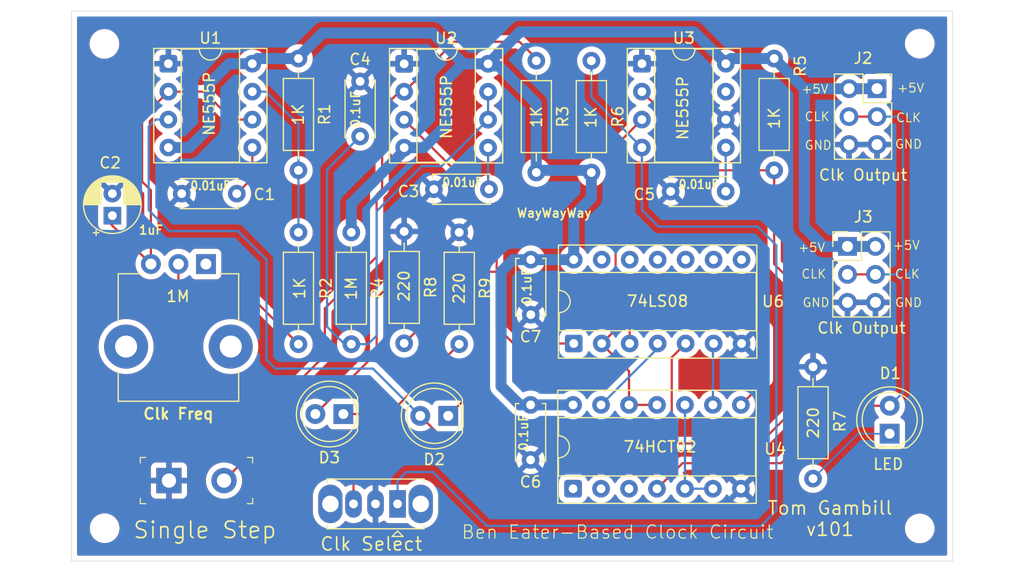
<source format=kicad_pcb>
(kicad_pcb (version 20241229) (generator "pcbnew") (generator_version "9.0")
  (layers (0 "F.Cu" signal) (2 "B.Cu" signal) (13 "F.Paste" user) (15 "B.Paste" user) (5 "F.SilkS" user "F.Silkscreen") (7 "B.SilkS" user "B.Silkscreen") (1 "F.Mask" user) (3 "B.Mask" user) (25 "Edge.Cuts" user))
  (net 0 "")
  (net 1 "Net-(U1-CONT)")
  (net 2 "GND")
  (net 3 "Net-(U1-THRES)")
  (net 4 "Net-(U2-CONT)")
  (net 5 "Net-(U2-DISCH)")
  (net 6 "Net-(U3-CONT)")
  (net 7 "VCC")
  (net 8 "Net-(J2-Pin_3)")
  (net 9 "Net-(D1-Pad1)")
  (net 10 "Net-(U1-DISCH)")
  (net 11 "Net-(R2-Pad2)")
  (net 12 "Net-(U2-TRIG)")
  (net 13 "Net-(SW2-C)")
  (net 14 "Net-(SW2-A)")
  (net 16 "Net-(U1-OUT)")
  (net 17 "Net-(U2-OUT)")
  (net 18 "Net-(U3-OUT)")
  (net 20 "Net-(U4-Pad9)")
  (net 24 "Net-(U4-Pad8)")
  (net 25 "Net-(U4-Pad13)")
  (net 26 "Net-(U4-Pad10)")
  (net 33 "Net-(D2-Pad1)")
  (net 34 "Net-(D3-Pad1)")
  (footprint "Resistor_THT:R_Axial_DIN0207_L6.3mm_D2.5mm_P10.16mm_Horizontal" (layer "F.Cu") (at 84.2 73.68 90)
    (property "Reference" "R3" (at 5.08 2.4 90) (layer "F.SilkS"))
    (property "Value" "1K" (at 5.06 0.01 90) (layer "F.SilkS"))
    (pad "1" thru_hole circle (at 0 0 90) (size 1.6 1.6) (drill 0.8) (layers "*.Cu" "*.Mask") (net 7 "VCC"))
    (pad "2" thru_hole oval (at 10.16 0 90) (size 1.6 1.6) (drill 0.8) (layers "*.Cu" "*.Mask") (net 12 "Net-(U2-TRIG)"))
  )
  (footprint "Package_DIP:DIP-8_W7.62mm_Socket" (layer "F.Cu") (at 50.79 63.79)
    (property "Reference" "U1" (at 3.81 -2.33 0) (layer "F.SilkS"))
    (property "Value" "NE555P" (at 3.71 3.64 90) (layer "F.SilkS"))
    (pad "1" thru_hole roundrect (at 0 0) (size 1.6 1.6) (drill 0.8) (layers "*.Cu" "*.Mask") (roundrect_rratio 0.15625) (net 2 "GND"))
    (pad "2" thru_hole circle (at 0 2.54) (size 1.6 1.6) (drill 0.8) (layers "*.Cu" "*.Mask") (net 3 "Net-(U1-THRES)"))
    (pad "3" thru_hole circle (at 0 5.08) (size 1.6 1.6) (drill 0.8) (layers "*.Cu" "*.Mask") (net 16 "Net-(U1-OUT)"))
    (pad "4" thru_hole circle (at 0 7.62) (size 1.6 1.6) (drill 0.8) (layers "*.Cu" "*.Mask") (net 7 "VCC"))
    (pad "5" thru_hole circle (at 7.62 7.62) (size 1.6 1.6) (drill 0.8) (layers "*.Cu" "*.Mask") (net 1 "Net-(U1-CONT)"))
    (pad "6" thru_hole circle (at 7.62 5.08) (size 1.6 1.6) (drill 0.8) (layers "*.Cu" "*.Mask") (net 3 "Net-(U1-THRES)"))
    (pad "7" thru_hole circle (at 7.62 2.54) (size 1.6 1.6) (drill 0.8) (layers "*.Cu" "*.Mask") (net 10 "Net-(U1-DISCH)"))
    (pad "8" thru_hole circle (at 7.62 0) (size 1.6 1.6) (drill 0.8) (layers "*.Cu" "*.Mask") (net 7 "VCC"))
  )
  (footprint "Capacitor_THT:C_Disc_D5.0mm_W2.5mm_P5.00mm" (layer "F.Cu") (at 83.68 94.8 -90)
    (property "Reference" "C6" (at 7 0 180) (layer "F.SilkS"))
    (property "Value" "0.1uF" (at 2.51 0.64 90) (layer "F.SilkS") (effects (font (size 0.8 0.8))))
    (pad "1" thru_hole circle (at 0 0 270) (size 1.6 1.6) (drill 0.8) (layers "*.Cu" "*.Mask") (net 7 "VCC"))
    (pad "2" thru_hole circle (at 5 0 270) (size 1.6 1.6) (drill 0.8) (layers "*.Cu" "*.Mask") (net 2 "GND"))
  )
  (footprint "Package_DIP:DIP-8_W7.62mm_Socket" (layer "F.Cu") (at 93.79 63.79)
    (property "Reference" "U3" (at 3.81 -2.33 0) (layer "F.SilkS"))
    (property "Value" "NE555P" (at 3.7 4.03 90) (layer "F.SilkS"))
    (pad "1" thru_hole roundrect (at 0 0) (size 1.6 1.6) (drill 0.8) (layers "*.Cu" "*.Mask") (roundrect_rratio 0.15625) (net 2 "GND"))
    (pad "2" thru_hole circle (at 0 2.54) (size 1.6 1.6) (drill 0.8) (layers "*.Cu" "*.Mask") (net 13 "Net-(SW2-C)"))
    (pad "3" thru_hole circle (at 0 5.08) (size 1.6 1.6) (drill 0.8) (layers "*.Cu" "*.Mask") (net 18 "Net-(U3-OUT)"))
    (pad "4" thru_hole circle (at 0 7.62) (size 1.6 1.6) (drill 0.8) (layers "*.Cu" "*.Mask") (net 14 "Net-(SW2-A)"))
    (pad "5" thru_hole circle (at 7.62 7.62) (size 1.6 1.6) (drill 0.8) (layers "*.Cu" "*.Mask") (net 6 "Net-(U3-CONT)"))
    (pad "6" thru_hole circle (at 7.62 5.08) (size 1.6 1.6) (drill 0.8) (layers "*.Cu" "*.Mask") (net 2 "GND"))
    (pad "7" thru_hole circle (at 7.62 2.54) (size 1.6 1.6) (drill 0.8) (layers "*.Cu" "*.Mask"))
    (pad "8" thru_hole circle (at 7.62 0) (size 1.6 1.6) (drill 0.8) (layers "*.Cu" "*.Mask") (net 7 "VCC"))
  )
  (footprint "MountingHole:MountingHole_2.2mm_M2" (layer "F.Cu") (at 44.98 61.99)
    (property "Reference" "Ref4" (hide yes))
    (property "Value" "MountingHole_2.2mm_M2")
    (pad "" np_thru_hole circle (at 0 0) (size 2.2 2.2) (drill 2.2) (layers "*.Cu" "*.Mask"))
  )
  (footprint "Capacitor_THT:C_Disc_D5.0mm_W2.5mm_P5.00mm" (layer "F.Cu") (at 68.2 70.4 90)
    (property "Reference" "C4" (at 7 0 180) (layer "F.SilkS"))
    (property "Value" "0.1uF" (at 2.48 -0.41 270) (layer "F.SilkS") (effects (font (size 0.8 0.8))))
    (pad "1" thru_hole circle (at 0 0 90) (size 1.6 1.6) (drill 0.8) (layers "*.Cu" "*.Mask") (net 5 "Net-(U2-DISCH)"))
    (pad "2" thru_hole circle (at 5 0 90) (size 1.6 1.6) (drill 0.8) (layers "*.Cu" "*.Mask") (net 2 "GND"))
  )
  (footprint "Button_Switch_THT:SW_Slide_SPDT_Straight_CK_OS102011MS2Q" (layer "F.Cu") (at 71.6 103.8 180)
    (property "Reference" "SW2")
    (property "Value" "Clk Select" (at 2.385 -3.642 180) (layer "F.SilkS") (effects (font (size 1.2 1.2))))
    (pad "" thru_hole oval (at -2.1 0 180) (size 2.2 3.5) (drill 1.5) (layers "*.Cu" "*.Mask"))
    (pad "" thru_hole oval (at 6.1 0 180) (size 2.2 3.5) (drill 1.5) (layers "*.Cu" "*.Mask"))
    (pad "1" thru_hole rect (at 0 0 180) (size 1.5 2.5) (drill 0.8) (layers "*.Cu" "*.Mask") (net 14 "Net-(SW2-A)"))
    (pad "2" thru_hole oval (at 2 0 180) (size 1.5 2.5) (drill 0.8) (layers "*.Cu" "*.Mask") (net 2 "GND"))
    (pad "3" thru_hole oval (at 4 0 180) (size 1.5 2.5) (drill 0.8) (layers "*.Cu" "*.Mask") (net 13 "Net-(SW2-C)"))
  )
  (footprint "PCM_Capacitor_THT_AKL:CP_Radial_D5.0mm_P2.00mm" (layer "F.Cu") (at 45.7 77.6 90)
    (property "Reference" "C2" (at 4.8 -0.2 0) (layer "F.SilkS"))
    (property "Value" "1uF" (at -1.31 3.51 180) (layer "F.SilkS") (effects (font (size 0.8 0.8))))
    (pad "1" thru_hole rect (at 0 0 90) (size 1.6 1.6) (drill 0.8) (layers "*.Cu" "*.Mask") (net 3 "Net-(U1-THRES)"))
    (pad "2" thru_hole circle (at 2 0 90) (size 1.6 1.6) (drill 0.8) (layers "*.Cu" "*.Mask") (net 2 "GND"))
  )
  (footprint "LED_THT:LED_D5.0mm" (layer "F.Cu") (at 76.2 95.8 180)
    (property "Reference" "D2" (at 1.27 -3.96 0) (layer "F.SilkS"))
    (property "Value" "LED")
    (pad "1" thru_hole rect (at 0 0 180) (size 1.8 1.8) (drill 0.9) (layers "*.Cu" "*.Mask") (net 33 "Net-(D2-Pad1)"))
    (pad "2" thru_hole circle (at 2.54 0 180) (size 1.8 1.8) (drill 0.9) (layers "*.Cu" "*.Mask") (net 16 "Net-(U1-OUT)"))
  )
  (footprint "Package_DIP:DIP-14_W7.62mm_Socket" (layer "F.Cu") (at 87.54 102.42 90)
    (property "Reference" "U4" (at 3.62 18.36 180) (layer "F.SilkS"))
    (property "Value" "74HCT02" (at 3.81 7.9 180) (layer "F.SilkS"))
    (pad "1" thru_hole roundrect (at 0 0 90) (size 1.6 1.6) (drill 0.8) (layers "*.Cu" "*.Mask") (roundrect_rratio 0.15625))
    (pad "2" thru_hole circle (at 0 2.54 90) (size 1.6 1.6) (drill 0.8) (layers "*.Cu" "*.Mask"))
    (pad "3" thru_hole circle (at 0 5.08 90) (size 1.6 1.6) (drill 0.8) (layers "*.Cu" "*.Mask"))
    (pad "4" thru_hole circle (at 0 7.62 90) (size 1.6 1.6) (drill 0.8) (layers "*.Cu" "*.Mask") (net 8 "Net-(J2-Pin_3)"))
    (pad "5" thru_hole circle (at 0 10.16 90) (size 1.6 1.6) (drill 0.8) (layers "*.Cu" "*.Mask") (net 26 "Net-(U4-Pad10)"))
    (pad "6" thru_hole circle (at 0 12.7 90) (size 1.6 1.6) (drill 0.8) (layers "*.Cu" "*.Mask") (net 26 "Net-(U4-Pad10)"))
    (pad "7" thru_hole circle (at 0 15.24 90) (size 1.6 1.6) (drill 0.8) (layers "*.Cu" "*.Mask") (net 2 "GND"))
    (pad "8" thru_hole circle (at 7.62 15.24 90) (size 1.6 1.6) (drill 0.8) (layers "*.Cu" "*.Mask") (net 24 "Net-(U4-Pad8)"))
    (pad "9" thru_hole circle (at 7.62 12.7 90) (size 1.6 1.6) (drill 0.8) (layers "*.Cu" "*.Mask") (net 20 "Net-(U4-Pad9)"))
    (pad "10" thru_hole circle (at 7.62 10.16 90) (size 1.6 1.6) (drill 0.8) (layers "*.Cu" "*.Mask") (net 26 "Net-(U4-Pad10)"))
    (pad "11" thru_hole circle (at 7.62 7.62 90) (size 1.6 1.6) (drill 0.8) (layers "*.Cu" "*.Mask") (net 18 "Net-(U3-OUT)"))
    (pad "12" thru_hole circle (at 7.62 5.08 90) (size 1.6 1.6) (drill 0.8) (layers "*.Cu" "*.Mask") (net 18 "Net-(U3-OUT)"))
    (pad "13" thru_hole circle (at 7.62 2.54 90) (size 1.6 1.6) (drill 0.8) (layers "*.Cu" "*.Mask") (net 25 "Net-(U4-Pad13)"))
    (pad "14" thru_hole circle (at 7.62 0 90) (size 1.6 1.6) (drill 0.8) (layers "*.Cu" "*.Mask") (net 7 "VCC"))
  )
  (footprint "Resistor_THT:R_Axial_DIN0207_L6.3mm_D2.5mm_P10.16mm_Horizontal" (layer "F.Cu") (at 67.4 79.12 -90)
    (property "Reference" "R4" (at 5.08 -2.37 90) (layer "F.SilkS"))
    (property "Value" "1M" (at 5.1 0.01 90) (layer "F.SilkS"))
    (pad "1" thru_hole circle (at 0 0 270) (size 1.6 1.6) (drill 0.8) (layers "*.Cu" "*.Mask") (net 7 "VCC"))
    (pad "2" thru_hole oval (at 10.16 0 270) (size 1.6 1.6) (drill 0.8) (layers "*.Cu" "*.Mask") (net 5 "Net-(U2-DISCH)"))
  )
  (footprint "Resistor_THT:R_Axial_DIN0207_L6.3mm_D2.5mm_P10.16mm_Horizontal" (layer "F.Cu") (at 105.8 63.32 -90)
    (property "Reference" "R5" (at 0.68 -2.37 90) (layer "F.SilkS"))
    (property "Value" "1K" (at 5.42 0 90) (layer "F.SilkS"))
    (pad "1" thru_hole circle (at 0 0 270) (size 1.6 1.6) (drill 0.8) (layers "*.Cu" "*.Mask") (net 7 "VCC"))
    (pad "2" thru_hole oval (at 10.16 0 270) (size 1.6 1.6) (drill 0.8) (layers "*.Cu" "*.Mask") (net 13 "Net-(SW2-C)"))
  )
  (footprint "Connector_PinHeader_2.54mm:PinHeader_2x03_P2.54mm_Vertical" (layer "F.Cu") (at 112.46 80.4)
    (property "Reference" "J3" (at 1.43 -2.69 0) (layer "F.SilkS"))
    (property "Value" "Clk Output" (at 1.27 7.41 0) (layer "F.SilkS"))
    (pad "1" thru_hole rect (at 0 0) (size 1.7 1.7) (drill 1) (layers "*.Cu" "*.Mask") (net 7 "VCC"))
    (pad "2" thru_hole oval (at 2.54 0) (size 1.7 1.7) (drill 1) (layers "*.Cu" "*.Mask") (net 7 "VCC"))
    (pad "3" thru_hole oval (at 0 2.54) (size 1.7 1.7) (drill 1) (layers "*.Cu" "*.Mask") (net 8 "Net-(J2-Pin_3)"))
    (pad "4" thru_hole oval (at 2.54 2.54) (size 1.7 1.7) (drill 1) (layers "*.Cu" "*.Mask") (net 8 "Net-(J2-Pin_3)"))
    (pad "5" thru_hole oval (at 0 5.08) (size 1.7 1.7) (drill 1) (layers "*.Cu" "*.Mask") (net 2 "GND"))
    (pad "6" thru_hole oval (at 2.54 5.08) (size 1.7 1.7) (drill 1) (layers "*.Cu" "*.Mask") (net 2 "GND"))
  )
  (footprint "Capacitor_THT:C_Disc_D5.0mm_W2.5mm_P5.00mm" (layer "F.Cu") (at 57 75.6 180)
    (property "Reference" "C1" (at -2.51 -0.07 0) (layer "F.SilkS"))
    (property "Value" "0.01uF" (at 2.41 0.72 180) (layer "F.SilkS") (effects (font (size 0.8 0.7))))
    (pad "1" thru_hole circle (at 0 0 180) (size 1.6 1.6) (drill 0.8) (layers "*.Cu" "*.Mask") (net 1 "Net-(U1-CONT)"))
    (pad "2" thru_hole circle (at 5 0 180) (size 1.6 1.6) (drill 0.8) (layers "*.Cu" "*.Mask") (net 2 "GND"))
  )
  (footprint "Resistor_THT:R_Axial_DIN0207_L6.3mm_D2.5mm_P10.16mm_Horizontal" (layer "F.Cu") (at 72.2 89.2 90)
    (property "Reference" "R8" (at 5.08 2.4 90) (layer "F.SilkS"))
    (property "Value" "220" (at 5.2 -0.01 90) (layer "F.SilkS"))
    (pad "1" thru_hole circle (at 0 0 90) (size 1.6 1.6) (drill 0.8) (layers "*.Cu" "*.Mask") (net 33 "Net-(D2-Pad1)"))
    (pad "2" thru_hole oval (at 10.16 0 90) (size 1.6 1.6) (drill 0.8) (layers "*.Cu" "*.Mask") (net 2 "GND"))
  )
  (footprint "Capacitor_THT:C_Disc_D5.0mm_W2.5mm_P5.00mm" (layer "F.Cu") (at 101.4 75.4 180)
    (property "Reference" "C5" (at 7.39 -0.27 0) (layer "F.SilkS"))
    (property "Value" "0.01uF" (at 2.47 0.64 180) (layer "F.SilkS") (effects (font (size 0.8 0.7))))
    (pad "1" thru_hole circle (at 0 0 180) (size 1.6 1.6) (drill 0.8) (layers "*.Cu" "*.Mask") (net 6 "Net-(U3-CONT)"))
    (pad "2" thru_hole circle (at 5 0 180) (size 1.6 1.6) (drill 0.8) (layers "*.Cu" "*.Mask") (net 2 "GND"))
  )
  (footprint "digikey-footprints:Terminal_Block_D1.3mm_P5mm" (layer "F.Cu") (at 50.84 101.68)
    (property "Reference" "SW1")
    (property "Value" "Single Step" (at 3.262 4.492 0) (layer "F.SilkS") (effects (font (size 1.5 1.5))))
    (pad "1" thru_hole rect (at 0 0) (size 2.3 2.3) (drill 1.3) (layers "*.Cu" "*.Mask") (net 2 "GND"))
    (pad "2" thru_hole circle (at 5 0) (size 2.3 2.3) (drill 1.3) (layers "*.Cu" "*.Mask") (net 12 "Net-(U2-TRIG)"))
  )
  (footprint "MountingHole:MountingHole_2.2mm_M2" (layer "F.Cu") (at 45 106.01)
    (property "Reference" "Ref3" (hide yes))
    (property "Value" "MountingHole_2.2mm_M2")
    (pad "" np_thru_hole circle (at 0 0) (size 2.2 2.2) (drill 2.2) (layers "*.Cu" "*.Mask"))
  )
  (footprint "Resistor_THT:R_Axial_DIN0207_L6.3mm_D2.5mm_P10.16mm_Horizontal" (layer "F.Cu") (at 109.33 101.5 90)
    (property "Reference" "R7" (at 5.2 2.44 90) (layer "F.SilkS"))
    (property "Value" "220" (at 5.07 0.02 90) (layer "F.SilkS"))
    (pad "1" thru_hole circle (at 0 0 90) (size 1.6 1.6) (drill 0.8) (layers "*.Cu" "*.Mask") (net 9 "Net-(D1-Pad1)"))
    (pad "2" thru_hole oval (at 10.16 0 90) (size 1.6 1.6) (drill 0.8) (layers "*.Cu" "*.Mask") (net 2 "GND"))
  )
  (footprint "Capacitor_THT:C_Disc_D5.0mm_W2.5mm_P5.00mm" (layer "F.Cu") (at 83.7 81.6 -90)
    (property "Reference" "C7" (at 7 0.02 180) (layer "F.SilkS"))
    (property "Value" "0.1uF" (at 2.44 0.36 90) (layer "F.SilkS") (effects (font (size 0.8 0.8))))
    (pad "1" thru_hole circle (at 0 0 270) (size 1.6 1.6) (drill 0.8) (layers "*.Cu" "*.Mask") (net 7 "VCC"))
    (pad "2" thru_hole circle (at 5 0 270) (size 1.6 1.6) (drill 0.8) (layers "*.Cu" "*.Mask") (net 2 "GND"))
  )
  (footprint "MountingHole:MountingHole_2.2mm_M2" (layer "F.Cu") (at 119.02 61.97)
    (property "Reference" "Ref1" (hide yes))
    (property "Value" "MountingHole_2.2mm_M2")
    (pad "" np_thru_hole circle (at 0 0) (size 2.2 2.2) (drill 2.2) (layers "*.Cu" "*.Mask"))
  )
  (footprint "Resistor_THT:R_Axial_DIN0207_L6.3mm_D2.5mm_P10.16mm_Horizontal" (layer "F.Cu") (at 89.2 73.68 90)
    (property "Reference" "R6" (at 5.08 2.4 90) (layer "F.SilkS"))
    (property "Value" "1K" (at 5.02 -0.05 90) (layer "F.SilkS"))
    (pad "1" thru_hole circle (at 0 0 90) (size 1.6 1.6) (drill 0.8) (layers "*.Cu" "*.Mask") (net 7 "VCC"))
    (pad "2" thru_hole oval (at 10.16 0 90) (size 1.6 1.6) (drill 0.8) (layers "*.Cu" "*.Mask") (net 14 "Net-(SW2-A)"))
  )
  (footprint "MountingHole:MountingHole_2.2mm_M2" (layer "F.Cu") (at 119.02 106.03)
    (property "Reference" "Ref2" (hide yes))
    (property "Value" "MountingHole_2.2mm_M2")
    (pad "" np_thru_hole circle (at 0 0) (size 2.2 2.2) (drill 2.2) (layers "*.Cu" "*.Mask"))
  )
  (footprint "Resistor_THT:R_Axial_DIN0207_L6.3mm_D2.5mm_P10.16mm_Horizontal" (layer "F.Cu") (at 77.2 79.12 -90)
    (property "Reference" "R9" (at 5.08 -2.37 90) (layer "F.SilkS"))
    (property "Value" "220" (at 5.08 0.01 90) (layer "F.SilkS"))
    (pad "1" thru_hole circle (at 0 0 270) (size 1.6 1.6) (drill 0.8) (layers "*.Cu" "*.Mask") (net 2 "GND"))
    (pad "2" thru_hole oval (at 10.16 0 270) (size 1.6 1.6) (drill 0.8) (layers "*.Cu" "*.Mask") (net 34 "Net-(D3-Pad1)"))
  )
  (footprint "LED_THT:LED_D5.0mm" (layer "F.Cu") (at 66.675 95.631 180)
    (property "Reference" "D3" (at 1.27 -3.96 0) (layer "F.SilkS"))
    (property "Value" "LED")
    (pad "1" thru_hole rect (at 0 0 180) (size 1.8 1.8) (drill 0.9) (layers "*.Cu" "*.Mask") (net 34 "Net-(D3-Pad1)"))
    (pad "2" thru_hole circle (at 2.54 0 180) (size 1.8 1.8) (drill 0.9) (layers "*.Cu" "*.Mask") (net 17 "Net-(U2-OUT)"))
  )
  (footprint "LED_THT:LED_D5.0mm" (layer "F.Cu") (at 116.29 97.42 90)
    (property "Reference" "D1" (at 5.485 0.06 180) (layer "F.SilkS"))
    (property "Value" "LED" (at -2.765 -0.13 180) (layer "F.SilkS"))
    (pad "1" thru_hole rect (at 0 0 90) (size 1.8 1.8) (drill 0.9) (layers "*.Cu" "*.Mask") (net 9 "Net-(D1-Pad1)"))
    (pad "2" thru_hole circle (at 2.54 0 90) (size 1.8 1.8) (drill 0.9) (layers "*.Cu" "*.Mask") (net 8 "Net-(J2-Pin_3)"))
  )
  (footprint "Resistor_THT:R_Axial_DIN0207_L6.3mm_D2.5mm_P10.16mm_Horizontal" (layer "F.Cu") (at 62.6 79.12 -90)
    (property "Reference" "R2" (at 5.08 -2.5 90) (layer "F.SilkS"))
    (property "Value" "1K" (at 5.08 -0.1 90) (layer "F.SilkS"))
    (pad "1" thru_hole circle (at 0 0 270) (size 1.6 1.6) (drill 0.8) (layers "*.Cu" "*.Mask") (net 10 "Net-(U1-DISCH)"))
    (pad "2" thru_hole oval (at 10.16 0 270) (size 1.6 1.6) (drill 0.8) (layers "*.Cu" "*.Mask") (net 11 "Net-(R2-Pad2)"))
  )
  (footprint "Package_DIP:DIP-14_W7.62mm_Socket" (layer "F.Cu") (at 87.6 89.22 90)
    (property "Reference" "U6" (at 3.82 18.1 180) (layer "F.SilkS"))
    (property "Value" "74LS08" (at 3.85 7.61 180) (layer "F.SilkS"))
    (pad "1" thru_hole roundrect (at 0 0 90) (size 1.6 1.6) (drill 0.8) (layers "*.Cu" "*.Mask") (roundrect_rratio 0.15625) (net 17 "Net-(U2-OUT)"))
    (pad "2" thru_hole circle (at 0 2.54 90) (size 1.6 1.6) (drill 0.8) (layers "*.Cu" "*.Mask") (net 18 "Net-(U3-OUT)"))
    (pad "3" thru_hole circle (at 0 5.08 90) (size 1.6 1.6) (drill 0.8) (layers "*.Cu" "*.Mask") (net 24 "Net-(U4-Pad8)"))
    (pad "4" thru_hole circle (at 0 7.62 90) (size 1.6 1.6) (drill 0.8) (layers "*.Cu" "*.Mask") (net 25 "Net-(U4-Pad13)"))
    (pad "5" thru_hole circle (at 0 10.16 90) (size 1.6 1.6) (drill 0.8) (layers "*.Cu" "*.Mask") (net 16 "Net-(U1-OUT)"))
    (pad "6" thru_hole circle (at 0 12.7 90) (size 1.6 1.6) (drill 0.8) (layers "*.Cu" "*.Mask") (net 20 "Net-(U4-Pad9)"))
    (pad "7" thru_hole circle (at 0 15.24 90) (size 1.6 1.6) (drill 0.8) (layers "*.Cu" "*.Mask") (net 2 "GND"))
    (pad "8" thru_hole circle (at 7.62 15.24 90) (size 1.6 1.6) (drill 0.8) (layers "*.Cu" "*.Mask"))
    (pad "9" thru_hole circle (at 7.62 12.7 90) (size 1.6 1.6) (drill 0.8) (layers "*.Cu" "*.Mask"))
    (pad "10" thru_hole circle (at 7.62 10.16 90) (size 1.6 1.6) (drill 0.8) (layers "*.Cu" "*.Mask"))
    (pad "11" thru_hole circle (at 7.62 7.62 90) (size 1.6 1.6) (drill 0.8) (layers "*.Cu" "*.Mask"))
    (pad "12" thru_hole circle (at 7.62 5.08 90) (size 1.6 1.6) (drill 0.8) (layers "*.Cu" "*.Mask"))
    (pad "13" thru_hole circle (at 7.62 2.54 90) (size 1.6 1.6) (drill 0.8) (layers "*.Cu" "*.Mask"))
    (pad "14" thru_hole circle (at 7.62 0 90) (size 1.6 1.6) (drill 0.8) (layers "*.Cu" "*.Mask") (net 7 "VCC"))
  )
  (footprint "Connector_PinSocket_2.54mm:PinSocket_2x03_P2.54mm_Vertical" (layer "F.Cu") (at 115.14 66.06)
    (property "Reference" "J2" (at -1.27 -2.77 0) (layer "F.SilkS"))
    (property "Value" "Clk Output" (at -1.27 7.85 0) (layer "F.SilkS"))
    (pad "1" thru_hole rect (at 0 0) (size 1.7 1.7) (drill 1) (layers "*.Cu" "*.Mask") (net 7 "VCC"))
    (pad "2" thru_hole oval (at -2.54 0) (size 1.7 1.7) (drill 1) (layers "*.Cu" "*.Mask") (net 7 "VCC"))
    (pad "3" thru_hole oval (at 0 2.54) (size 1.7 1.7) (drill 1) (layers "*.Cu" "*.Mask") (net 8 "Net-(J2-Pin_3)"))
    (pad "4" thru_hole oval (at -2.54 2.54) (size 1.7 1.7) (drill 1) (layers "*.Cu" "*.Mask") (net 8 "Net-(J2-Pin_3)"))
    (pad "5" thru_hole oval (at 0 5.08) (size 1.7 1.7) (drill 1) (layers "*.Cu" "*.Mask") (net 2 "GND"))
    (pad "6" thru_hole oval (at -2.54 5.08) (size 1.7 1.7) (drill 1) (layers "*.Cu" "*.Mask") (net 2 "GND"))
  )
  (footprint "Resistor_THT:R_Axial_DIN0207_L6.3mm_D2.5mm_P10.16mm_Horizontal" (layer "F.Cu") (at 62.6 63.32 -90)
    (property "Reference" "R1" (at 5.08 -2.37 90) (layer "F.SilkS"))
    (property "Value" "1K" (at 5.08 0.03 90) (layer "F.SilkS"))
    (pad "1" thru_hole circle (at 0 0 270) (size 1.6 1.6) (drill 0.8) (layers "*.Cu" "*.Mask") (net 7 "VCC"))
    (pad "2" thru_hole oval (at 10.16 0 270) (size 1.6 1.6) (drill 0.8) (layers "*.Cu" "*.Mask") (net 10 "Net-(U1-DISCH)"))
  )
  (footprint "Capacitor_THT:C_Disc_D5.0mm_W2.5mm_P5.00mm" (layer "F.Cu") (at 79.9 75.2 180)
    (property "Reference" "C3" (at 7.3 -0.2 180) (layer "F.SilkS"))
    (property "Value" "0.01uF" (at 2.43 0.62 180) (layer "F.SilkS") (effects (font (size 0.8 0.7))))
    (pad "1" thru_hole circle (at 0 0 180) (size 1.6 1.6) (drill 0.8) (layers "*.Cu" "*.Mask") (net 4 "Net-(U2-CONT)"))
    (pad "2" thru_hole circle (at 5 0 180) (size 1.6 1.6) (drill 0.8) (layers "*.Cu" "*.Mask") (net 2 "GND"))
  )
  (footprint "Potentiometer_THT:Potentiometer_TT_P0915N" (layer "F.Cu") (at 54.2 82 180)
    (property "Reference" "RV1")
    (property "Value" "1M" (at 2.54 -2.94 0) (layer "F.SilkS"))
    (pad "" thru_hole oval (at -2.25 -7.5 180) (size 4 4) (drill 2) (layers "*.Cu" "*.Mask"))
    (pad "" thru_hole oval (at 7.25 -7.5 180) (size 4 4) (drill 2) (layers "*.Cu" "*.Mask"))
    (pad "1" thru_hole rect (at 0 0 180) (size 1.8 1.8) (drill 1) (layers "*.Cu" "*.Mask"))
    (pad "2" thru_hole circle (at 2.5 0 180) (size 1.8 1.8) (drill 1) (layers "*.Cu" "*.Mask") (net 11 "Net-(R2-Pad2)"))
    (pad "3" thru_hole circle (at 5 0 180) (size 1.8 1.8) (drill 1) (layers "*.Cu" "*.Mask") (net 3 "Net-(U1-THRES)"))
  )
  (footprint "Package_DIP:DIP-8_W7.62mm_Socket" (layer "F.Cu") (at 72.2 63.8)
    (property "Reference" "U2" (at 3.81 -2.33 0) (layer "F.SilkS"))
    (property "Value" "NE555P" (at 3.84 3.92 90) (layer "F.SilkS"))
    (pad "1" thru_hole roundrect (at 0 0) (size 1.6 1.6) (drill 0.8) (layers "*.Cu" "*.Mask") (roundrect_rratio 0.15625) (net 2 "GND"))
    (pad "2" thru_hole circle (at 0 2.54) (size 1.6 1.6) (drill 0.8) (layers "*.Cu" "*.Mask") (net 12 "Net-(U2-TRIG)"))
    (pad "3" thru_hole circle (at 0 5.08) (size 1.6 1.6) (drill 0.8) (layers "*.Cu" "*.Mask") (net 17 "Net-(U2-OUT)"))
    (pad "4" thru_hole circle (at 0 7.62) (size 1.6 1.6) (drill 0.8) (layers "*.Cu" "*.Mask") (net 7 "VCC"))
    (pad "5" thru_hole circle (at 7.62 7.62) (size 1.6 1.6) (drill 0.8) (layers "*.Cu" "*.Mask") (net 4 "Net-(U2-CONT)"))
    (pad "6" thru_hole circle (at 7.62 5.08) (size 1.6 1.6) (drill 0.8) (layers "*.Cu" "*.Mask") (net 5 "Net-(U2-DISCH)"))
    (pad "7" thru_hole circle (at 7.62 2.54) (size 1.6 1.6) (drill 0.8) (layers "*.Cu" "*.Mask") (net 5 "Net-(U2-DISCH)"))
    (pad "8" thru_hole circle (at 7.62 0) (size 1.6 1.6) (drill 0.8) (layers "*.Cu" "*.Mask") (net 7 "VCC"))
  )
  (gr_line (start 122 59) (end 42 59) (stroke (width 0.05)) (layer "Edge.Cuts"))
  (gr_line (start 42 59) (end 42 109) (stroke (width 0.05)) (layer "Edge.Cuts"))
  (gr_line (start 42 109) (end 122 109) (stroke (width 0.05)) (layer "Edge.Cuts"))
  (gr_line (start 122 109) (end 122 59) (stroke (width 0.05)) (layer "Edge.Cuts"))
  (gr_text "Ben Eater-Based Clock Circuit" (at 77.343 107.061 0) (layer "F.SilkS") (effects (font (size 1.2 1.2) (thickness 0.1)) (justify left bottom)))
  (gr_text "Clk Freq" (at 48.4 96.2 0) (layer "F.SilkS") (effects (font (size 1 1) (thickness 0.2) (bold yes)) (justify left bottom)))
  (gr_text "+5V" (at 118.2 66 0) (layer "F.SilkS") (effects (font (size 0.8 0.8) (thickness 0.1))))
  (gr_text "WayWayWay" (at 82.35 77.83 0) (layer "F.SilkS") (effects (font (size 0.8 0.8) (thickness 0.15) (bold yes)) (justify left bottom)))
  (gr_text "GND" (at 109.8 71.2 0) (layer "F.SilkS") (effects (font (size 0.8 0.8) (thickness 0.1))))
  (gr_text "+5V" (at 109.5 66.1 0) (layer "F.SilkS") (effects (font (size 0.8 0.8) (thickness 0.1))))
  (gr_text "CLK" (at 117.9 82.9 0) (layer "F.SilkS") (effects (font (size 0.8 0.8) (thickness 0.1))))
  (gr_text "+5V" (at 117.8 80.3 0) (layer "F.SilkS") (effects (font (size 0.8 0.8) (thickness 0.1))))
  (gr_text "CLK" (at 109.4 82.9 0) (layer "F.SilkS") (effects (font (size 0.8 0.8) (thickness 0.1))))
  (gr_text "GND" (at 109.6 85.5 0) (layer "F.SilkS") (effects (font (size 0.8 0.8) (thickness 0.1))))
  (gr_text "CLK" (at 118 68.7 0) (layer "F.SilkS") (effects (font (size 0.8 0.8) (thickness 0.1))))
  (gr_text "Tom Gambill\nv101" (at 110.871 106.807 0) (layer "F.SilkS") (effects (font (size 1.2 1.2) (thickness 0.15) (bold yes)) (justify bottom)))
  (gr_text "GND" (at 118 71.1 0) (layer "F.SilkS") (effects (font (size 0.8 0.8) (thickness 0.1))))
  (gr_text "+5V" (at 109.2 80.5 0) (layer "F.SilkS") (effects (font (size 0.8 0.8) (thickness 0.1))))
  (gr_text "GND" (at 118 85.5 0) (layer "F.SilkS") (effects (font (size 0.8 0.8) (thickness 0.1))))
  (gr_text "CLK" (at 109.7 68.6 0) (layer "F.SilkS") (effects (font (size 0.8 0.8) (thickness 0.1))))
  (segment (start 58.41 71.41) (end 58.41 74.19) (width 0.2) (layer "F.Cu") (net 1))
  (segment (start 58.41 74.19) (end 57 75.6) (width 0.2) (layer "F.Cu") (net 1))
  (segment (start 50.79 66.33) (end 48.4 68.72) (width 0.2) (layer "F.Cu") (net 3))
  (segment (start 49.2 82) (end 45.4 78.2) (width 0.2) (layer "F.Cu") (net 3))
  (segment (start 54.03 66.33) (end 50.79 66.33) (width 0.2) (layer "F.Cu") (net 3))
  (segment (start 48.4 74.5) (end 49.2 75.3) (width 0.2) (layer "F.Cu") (net 3))
  (segment (start 48.4 68.72) (end 48.4 74.5) (width 0.2) (layer "F.Cu") (net 3))
  (segment (start 58.41 68.87) (end 56.57 68.87) (width 0.2) (layer "F.Cu") (net 3))
  (segment (start 56.57 68.87) (end 54.03 66.33) (width 0.2) (layer "F.Cu") (net 3))
  (segment (start 45.4 78.2) (end 45.4 77.6) (width 0.2) (layer "F.Cu") (net 3))
  (segment (start 49.2 75.3) (end 49.2 82) (width 0.2) (layer "F.Cu") (net 3))
  (segment (start 79.82 71.42) (end 79.82 75.12) (width 0.2) (layer "B.Cu") (net 4))
  (segment (start 79.82 75.12) (end 79.9 75.2) (width 0.2) (layer "B.Cu") (net 4))
  (segment (start 79.82 68.88) (end 75.6 73.1) (width 0.2) (layer "B.Cu") (net 5))
  (segment (start 69.7 88.5) (end 68.92 89.28) (width 0.2) (layer "B.Cu") (net 5))
  (segment (start 65.2 87.7) (end 66.8 89.3) (width 0.2) (layer "B.Cu") (net 5))
  (segment (start 68.2 70.4) (end 65.2 73.4) (width 0.2) (layer "B.Cu") (net 5))
  (segment (start 69.7 77.2) (end 69.7 88.5) (width 0.2) (layer "B.Cu") (net 5))
  (segment (start 66.8 89.3) (end 67.38 89.3) (width 0.2) (layer "B.Cu") (net 5))
  (segment (start 73.8 73.1) (end 69.7 77.2) (width 0.2) (layer "B.Cu") (net 5))
  (segment (start 67.38 89.3) (end 67.4 89.28) (width 0.2) (layer "B.Cu") (net 5))
  (segment (start 79.82 66.34) (end 79.82 68.88) (width 0.2) (layer "B.Cu") (net 5))
  (segment (start 65.2 73.4) (end 65.2 87.7) (width 0.2) (layer "B.Cu") (net 5))
  (segment (start 75.6 73.1) (end 73.8 73.1) (width 0.2) (layer "B.Cu") (net 5))
  (segment (start 68.92 89.28) (end 67.4 89.28) (width 0.2) (layer "B.Cu") (net 5))
  (segment (start 101.4 71.42) (end 101.41 71.41) (width 0.2) (layer "B.Cu") (net 6))
  (segment (start 101.4 75.4) (end 101.4 71.42) (width 0.2) (layer "B.Cu") (net 6))
  (segment (start 83.68 94.8) (end 87.54 94.8) (width 1) (layer "B.Cu") (net 7))
  (segment (start 112.46 80.4) (end 115 80.4) (width 1) (layer "B.Cu") (net 7))
  (segment (start 58.88 63.32) (end 58.41 63.79) (width 1) (layer "B.Cu") (net 7))
  (segment (start 72.2 71.7) (end 67.4 76.5) (width 1) (layer "B.Cu") (net 7))
  (segment (start 81 82.7) (end 81 93.1) (width 1) (layer "B.Cu") (net 7))
  (segment (start 54.5 65.6) (end 54.5 69.6) (width 1) (layer "B.Cu") (net 7))
  (segment (start 62.6 63.2) (end 62.6 63.32) (width 1) (layer "B.Cu") (net 7))
  (segment (start 101.88 63.32) (end 101.41 63.79) (width 1) (layer "B.Cu") (net 7))
  (segment (start 87.6 81.6) (end 83.7 81.6) (width 1) (layer "B.Cu") (net 7))
  (segment (start 112.6 66.06) (end 108.54 66.06) (width 1) (layer "B.Cu") (net 7))
  (segment (start 84.2 73.48) (end 84.2 67.4) (width 1) (layer "B.Cu") (net 7))
  (segment (start 72.2 71.42) (end 72.2 71.7) (width 1) (layer "B.Cu") (net 7))
  (segment (start 83.7 81.6) (end 82.1 81.6) (width 1) (layer "B.Cu") (net 7))
  (segment (start 82.1 81.6) (end 81 82.7) (width 1) (layer "B.Cu") (net 7))
  (segment (start 115.14 66.06) (end 112.6 66.06) (width 1) (layer "B.Cu") (net 7))
  (segment (start 89.2 76) (end 87.6 77.6) (width 1) (layer "B.Cu") (net 7))
  (segment (start 77.5 63.8) (end 76 65.3) (width 1) (layer "B.Cu") (net 7))
  (segment (start 67.4 76.5) (end 67.4 79.12) (width 1) (layer "B.Cu") (net 7))
  (segment (start 80.02 64) (end 79.82 63.8) (width 1) (layer "B.Cu") (net 7))
  (segment (start 89.2 73.48) (end 89.2 76) (width 1) (layer "B.Cu") (net 7))
  (segment (start 108.54 66.06) (end 108.54 78.64) (width 1) (layer "B.Cu") (net 7))
  (segment (start 52.69 71.41) (end 50.79 71.41) (width 1) (layer "B.Cu") (net 7))
  (segment (start 81 93.1) (end 82.7 94.8) (width 1) (layer "B.Cu") (net 7))
  (segment (start 89.2 73.48) (end 84.2 73.48) (width 1) (layer "B.Cu") (net 7))
  (segment (start 73.98 71.42) (end 72.2 71.42) (width 1) (layer "B.Cu") (net 7))
  (segment (start 108.54 66.06) (end 105.8 63.32) (width 1) (layer "B.Cu") (net 7))
  (segment (start 64.8 61) (end 62.6 63.2) (width 1) (layer "B.Cu") (net 7))
  (segment (start 79.82 63.8) (end 77.5 63.8) (width 1) (layer "B.Cu") (net 7))
  (segment (start 84.2 67.4) (end 80.8 64) (width 1) (layer "B.Cu") (net 7))
  (segment (start 54.5 69.6) (end 52.69 71.41) (width 1) (layer "B.Cu") (net 7))
  (segment (start 110.3 80.4) (end 112.46 80.4) (width 1) (layer "B.Cu") (net 7))
  (segment (start 87.6 77.6) (end 87.6 81.6) (width 1) (layer "B.Cu") (net 7))
  (segment (start 79.82 63.8) (end 77.6 63.8) (width 1) (layer "B.Cu") (net 7))
  (segment (start 76 65.3) (end 76 69.4) (width 1) (layer "B.Cu") (net 7))
  (segment (start 74.8 61) (end 64.8 61) (width 1) (layer "B.Cu") (net 7))
  (segment (start 80.8 64) (end 80.02 64) (width 1) (layer "B.Cu") (net 7))
  (segment (start 82.72 60.9) (end 98.52 60.9) (width 1) (layer "B.Cu") (net 7))
  (segment (start 76 69.4) (end 73.98 71.42) (width 1) (layer "B.Cu") (net 7))
  (segment (start 105.8 63.32) (end 101.88 63.32) (width 1) (layer "B.Cu") (net 7))
  (segment (start 77.6 63.8) (end 74.8 61) (width 1) (layer "B.Cu") (net 7))
  (segment (start 56.31 63.79) (end 54.5 65.6) (width 1) (layer "B.Cu") (net 7))
  (segment (start 108.54 78.64) (end 110.3 80.4) (width 1) (layer "B.Cu") (net 7))
  (segment (start 62.6 63.32) (end 58.88 63.32) (width 1) (layer "B.Cu") (net 7))
  (segment (start 79.82 63.8) (end 82.72 60.9) (width 1) (layer "B.Cu") (net 7))
  (segment (start 58.41 63.79) (end 56.31 63.79) (width 1) (layer "B.Cu") (net 7))
  (segment (start 98.52 60.9) (end 101.41 63.79) (width 1) (layer "B.Cu") (net 7))
  (segment (start 82.7 94.8) (end 83.68 94.8) (width 1) (layer "B.Cu") (net 7))
  (segment (start 112.46 82.94) (end 115 82.94) (width 0.2) (layer "F.Cu") (net 8))
  (segment (start 106.44 100.1) (end 111.66 94.88) (width 0.2) (layer "F.Cu") (net 8))
  (segment (start 97.48 100.1) (end 106.44 100.1) (width 0.2) (layer "F.Cu") (net 8))
  (segment (start 112.6 68.6) (end 115.14 68.6) (width 0.2) (layer "F.Cu") (net 8))
  (segment (start 112.6 68.6) (end 112.6 68.622221) (width 0.2) (layer "F.Cu") (net 8))
  (segment (start 95.16 102.42) (end 97.48 100.1) (width 0.2) (layer "F.Cu") (net 8))
  (segment (start 111.66 94.88) (end 116.29 94.88) (width 0.2) (layer "F.Cu") (net 8))
  (segment (start 117.5 93.67) (end 116.29 94.88) (width 0.2) (layer "B.Cu") (net 8))
  (segment (start 117 68.6) (end 117.5 69.1) (width 0.2) (layer "B.Cu") (net 8))
  (segment (start 116.86 82.94) (end 115 82.94) (width 0.2) (layer "B.Cu") (net 8))
  (segment (start 116.86 82.94) (end 117.5 83.58) (width 0.2) (layer "B.Cu") (net 8))
  (segment (start 117.5 69.1) (end 117.5 82.3) (width 0.2) (layer "B.Cu") (net 8))
  (segment (start 117.5 83.58) (end 117.5 93.67) (width 0.2) (layer "B.Cu") (net 8))
  (segment (start 115.14 68.6) (end 117 68.6) (width 0.2) (layer "B.Cu") (net 8))
  (segment (start 117.5 82.3) (end 116.86 82.94) (width 0.2) (layer "B.Cu") (net 8))
  (segment (start 113.41 97.42) (end 109.33 101.5) (width 0.15) (layer "B.Cu") (net 9))
  (segment (start 116.29 97.42) (end 113.41 97.42) (width 0.15) (layer "B.Cu") (net 9))
  (segment (start 62.6 73.48) (end 62.6 69.2) (width 0.2) (layer "B.Cu") (net 10))
  (segment (start 59.63 66.33) (end 58.41 66.33) (width 0.2) (layer "B.Cu") (net 10))
  (segment (start 62.5 69.2) (end 59.63 66.33) (width 0.2) (layer "B.Cu") (net 10))
  (segment (start 62.6 79.12) (end 62.6 73.48) (width 0.2) (layer "B.Cu") (net 10))
  (segment (start 62.6 69.2) (end 62.5 69.2) (width 0.2) (layer "B.Cu") (net 10))
  (segment (start 58.52 85.2) (end 62.6 89.28) (width 0.2) (layer "F.Cu") (net 11))
  (segment (start 53.4 85.2) (end 58.52 85.2) (width 0.2) (layer "F.Cu") (net 11))
  (segment (start 51.7 82) (end 51.7 83.5) (width 0.2) (layer "F.Cu") (net 11))
  (segment (start 51.7 83.5) (end 53.4 85.2) (width 0.2) (layer "F.Cu") (net 11))
  (segment (start 72.2 66.34) (end 71.76 66.34) (width 0.2) (layer "F.Cu") (net 12))
  (segment (start 70.2 67.9) (end 70.2 75.2) (width 0.2) (layer "F.Cu") (net 12))
  (segment (start 82.68 61.8) (end 76.74 61.8) (width 0.2) (layer "F.Cu") (net 12))
  (segment (start 70.2 75.2) (end 69.7 75.7) (width 0.2) (layer "F.Cu") (net 12))
  (segment (start 76.74 61.8) (end 72.2 66.34) (width 0.2) (layer "F.Cu") (net 12))
  (segment (start 69.7 81.333888) (end 65 86.033888) (width 0.2) (layer "F.Cu") (net 12))
  (segment (start 59 98.52) (end 55.84 101.68) (width 0.2) (layer "F.Cu") (net 12))
  (segment (start 71.76 66.34) (end 70.2 67.9) (width 0.2) (layer "F.Cu") (net 12))
  (segment (start 65 86.033888) (end 65 90.3) (width 0.2) (layer "F.Cu") (net 12))
  (segment (start 69.7 75.7) (end 69.7 81.333888) (width 0.2) (layer "F.Cu") (net 12))
  (segment (start 59 96.3) (end 59 98.52) (width 0.2) (layer "F.Cu") (net 12))
  (segment (start 65 90.3) (end 59 96.3) (width 0.2) (layer "F.Cu") (net 12))
  (segment (start 84.2 63.32) (end 82.68 61.8) (width 0.2) (layer "F.Cu") (net 12))
  (segment (start 100.08 73.48) (end 95.7 69.1) (width 0.2) (layer "F.Cu") (net 13))
  (segment (start 95.7 68.24) (end 93.79 66.33) (width 0.2) (layer "F.Cu") (net 13))
  (segment (start 67.6 103.8) (end 67.6 101.4) (width 0.2) (layer "F.Cu") (net 13))
  (segment (start 79 101.2) (end 85.5 101.2) (width 0.2) (layer "F.Cu") (net 13))
  (segment (start 86.9 99.8) (end 95.4 99.8) (width 0.2) (layer "F.Cu") (net 13))
  (segment (start 95.4 99.8) (end 96.9 98.3) (width 0.2) (layer "F.Cu") (net 13))
  (segment (start 95.7 69.1) (end 95.7 68.24) (width 0.2) (layer "F.Cu") (net 13))
  (segment (start 105.8 82) (end 105.8 73.48) (width 0.2) (layer "F.Cu") (net 13))
  (segment (start 96.9 98.3) (end 104.5 98.3) (width 0.2) (layer "F.Cu") (net 13))
  (segment (start 85.5 101.2) (end 86.9 99.8) (width 0.2) (layer "F.Cu") (net 13))
  (segment (start 105.8 73.48) (end 100.08 73.48) (width 0.2) (layer "F.Cu") (net 13))
  (segment (start 77.4 99.6) (end 79 101.2) (width 0.2) (layer "F.Cu") (net 13))
  (segment (start 107.2 95.6) (end 107.2 83.4) (width 0.2) (layer "F.Cu") (net 13))
  (segment (start 107.2 83.4) (end 105.8 82) (width 0.2) (layer "F.Cu") (net 13))
  (segment (start 67.6 104.2) (end 67.6 103.2) (width 0.2) (layer "F.Cu") (net 13))
  (segment (start 67.6 101.4) (end 69.4 99.6) (width 0.2) (layer "F.Cu") (net 13))
  (segment (start 69.4 99.6) (end 77.4 99.6) (width 0.2) (layer "F.Cu") (net 13))
  (segment (start 104.5 98.3) (end 107.2 95.6) (width 0.2) (layer "F.Cu") (net 13))
  (segment (start 93.79 71.41) (end 93.79 77.09) (width 0.2) (layer "B.Cu") (net 14))
  (segment (start 89.2 66.82) (end 93.79 71.41) (width 0.2) (layer "B.Cu") (net 14))
  (segment (start 74.8 100.9) (end 72.4 100.9) (width 0.2) (layer "B.Cu") (net 14))
  (segment (start 104.3 78.6) (end 106 80.3) (width 0.2) (layer "B.Cu") (net 14))
  (segment (start 79.7 105.8) (end 74.8 100.9) (width 0.2) (layer "B.Cu") (net 14))
  (segment (start 95.3 78.6) (end 104.3 78.6) (width 0.2) (layer "B.Cu") (net 14))
  (segment (start 89.2 63.32) (end 89.2 66.82) (width 0.2) (layer "B.Cu") (net 14))
  (segment (start 104.6 105.8) (end 79.7 105.8) (width 0.2) (layer "B.Cu") (net 14))
  (segment (start 72.4 100.9) (end 71.6 101.7) (width 0.2) (layer "B.Cu") (net 14))
  (segment (start 106 104.4) (end 104.6 105.8) (width 0.2) (layer "B.Cu") (net 14))
  (segment (start 93.79 77.09) (end 95.3 78.6) (width 0.2) (layer "B.Cu") (net 14))
  (segment (start 71.6 101.7) (end 71.6 104.2) (width 0.2) (layer "B.Cu") (net 14))
  (segment (start 106 80.3) (end 106 104.4) (width 0.2) (layer "B.Cu") (net 14))
  (segment (start 96 96.7) (end 96.5 96.2) (width 0.2) (layer "F.Cu") (net 16))
  (segment (start 77.53 97.87) (end 78.7 96.7) (width 0.2) (layer "F.Cu") (net 16))
  (segment (start 78.7 96.7) (end 96 96.7) (width 0.2) (layer "F.Cu") (net 16))
  (segment (start 96.5 96.2) (end 96.5 90.48) (width 0.2) (layer "F.Cu") (net 16))
  (segment (start 73.66 95.8) (end 75.73 97.87) (width 0.2) (layer "F.Cu") (net 16))
  (segment (start 75.73 97.87) (end 77.53 97.87) (width 0.2) (layer "F.Cu") (net 16))
  (segment (start 96.5 90.48) (end 97.76 89.22) (width 0.2) (layer "F.Cu") (net 16))
  (segment (start 59.7 81.6) (end 59.7 90.7) (width 0.2) (layer "B.Cu") (net 16))
  (segment (start 50.9 79) (end 57.1 79) (width 0.2) (layer "B.Cu") (net 16))
  (segment (start 57.1 79) (end 59.7 81.6) (width 0.2) (layer "B.Cu") (net 16))
  (segment (start 49 77.1) (end 50.9 79) (width 0.2) (layer "B.Cu") (net 16))
  (segment (start 59.7 90.7) (end 60.5 91.5) (width 0.2) (layer "B.Cu") (net 16))
  (segment (start 69.36 91.5) (end 73.66 95.8) (width 0.2) (layer "B.Cu") (net 16))
  (segment (start 49.63 68.87) (end 49 69.5) (width 0.2) (layer "B.Cu") (net 16))
  (segment (start 60.5 91.5) (end 69.36 91.5) (width 0.2) (layer "B.Cu") (net 16))
  (segment (start 50.79 68.87) (end 49.63 68.87) (width 0.2) (layer "B.Cu") (net 16))
  (segment (start 49 69.5) (end 49 77.1) (width 0.2) (layer "B.Cu") (net 16))
  (segment (start 82.28 89.22) (end 87.6 89.22) (width 0.2) (layer "F.Cu") (net 17))
  (segment (start 77.2 75.9) (end 80.6 79.3) (width 0.2) (layer "F.Cu") (net 17))
  (segment (start 77.12 73.8) (end 77.2 73.8) (width 0.2) (layer "F.Cu") (net 17))
  (segment (start 77.2 73.8) (end 77.2 75.9) (width 0.2) (layer "F.Cu") (net 17))
  (segment (start 80.6 82.7) (end 72.1 82.7) (width 0.2) (layer "F.Cu") (net 17))
  (segment (start 69.7 90.066) (end 64.166 95.6) (width 0.2) (layer "F.Cu") (net 17))
  (segment (start 64.166 95.6) (end 64.06 95.6) (width 0.2) (layer "F.Cu") (net 17))
  (segment (start 82.2 89.3) (end 82.28 89.22) (width 0.2) (layer "F.Cu") (net 17))
  (segment (start 80.6 82.7) (end 80.6 87.7) (width 0.2) (layer "F.Cu") (net 17))
  (segment (start 69.7 85.1) (end 69.7 90.066) (width 0.2) (layer "F.Cu") (net 17))
  (segment (start 80.6 79.3) (end 80.6 82.7) (width 0.2) (layer "F.Cu") (net 17))
  (segment (start 80.6 87.7) (end 82.2 89.3) (width 0.2) (layer "F.Cu") (net 17))
  (segment (start 72.2 68.88) (end 77.12 73.8) (width 0.2) (layer "F.Cu") (net 17))
  (segment (start 72.1 82.7) (end 69.7 85.1) (width 0.2) (layer "F.Cu") (net 17))
  (segment (start 93.79 68.87) (end 91.4 71.26) (width 0.2) (layer "F.Cu") (net 18))
  (segment (start 90.14 89.22) (end 90.14 89.26) (width 0.2) (layer "F.Cu") (net 18))
  (segment (start 92.62 91.74) (end 92.62 94.8) (width 0.2) (layer "F.Cu") (net 18))
  (segment (start 91.4 87.96) (end 90.14 89.22) (width 0.2) (layer "F.Cu") (net 18))
  (segment (start 90.14 89.26) (end 92.62 91.74) (width 0.2) (layer "F.Cu") (net 18))
  (segment (start 91.4 71.26) (end 91.4 87.96) (width 0.2) (layer "F.Cu") (net 18))
  (segment (start 92.62 94.8) (end 95.16 94.8) (width 0.2) (layer "F.Cu") (net 18))
  (segment (start 100.24 89.28) (end 100.3 89.22) (width 0.2) (layer "B.Cu") (net 20))
  (segment (start 100.24 94.8) (end 100.24 89.28) (width 0.2) (layer "B.Cu") (net 20))
  (segment (start 93.3 87.1) (end 104.3 87.1) (width 0.2) (layer "F.Cu") (net 24))
  (segment (start 105.1 87.9) (end 105.1 92.48) (width 0.2) (layer "F.Cu") (net 24))
  (segment (start 92.68 89.22) (end 92.68 87.72) (width 0.2) (layer "F.Cu") (net 24))
  (segment (start 105.1 92.48) (end 102.78 94.8) (width 0.2) (layer "F.Cu") (net 24))
  (segment (start 92.68 87.72) (end 93.3 87.1) (width 0.2) (layer "F.Cu") (net 24))
  (segment (start 104.3 87.1) (end 105.1 87.9) (width 0.2) (layer "F.Cu") (net 24))
  (segment (start 90.08 94.8) (end 95.22 89.66) (width 0.2) (layer "B.Cu") (net 25))
  (segment (start 95.22 89.66) (end 95.22 89.22) (width 0.2) (layer "B.Cu") (net 25))
  (segment (start 100.24 102.42) (end 97.7 102.42) (width 0.2) (layer "B.Cu") (net 26))
  (segment (start 97.7 94.8) (end 97.7 102.42) (width 0.2) (layer "B.Cu") (net 26))
  (segment (start 79.6 88.2) (end 79.6 92.4) (width 0.2) (layer "F.Cu") (net 33))
  (segment (start 72.2 89.2) (end 74 87.4) (width 0.2) (layer "F.Cu") (net 33))
  (segment (start 78.8 87.4) (end 79.6 88.2) (width 0.2) (layer "F.Cu") (net 33))
  (segment (start 74 87.4) (end 78.8 87.4) (width 0.2) (layer "F.Cu") (net 33))
  (segment (start 79.6 92.4) (end 76.2 95.8) (width 0.2) (layer "F.Cu") (net 33))
  (segment (start 66.631 95.631) (end 66.6 95.6) (width 0.2) (layer "F.Cu") (net 34))
  (segment (start 70.849 95.631) (end 66.631 95.631) (width 0.2) (layer "F.Cu") (net 34))
  (segment (start 77.2 89.28) (end 70.849 95.631) (width 0.2) (layer "F.Cu") (net 34))
  (zone (net 2) (net_name "GND") (layers "F.Cu" "B.Cu") (connect_pads (clearance 0.5)) (min_thickness 0.25) (fill yes (thermal_gap 0.5) (thermal_bridge_width 0.5))
    (polygon (pts (xy 41 58) (xy 123 58) (xy 123 110) (xy 41 110)))
  )
)
</source>
